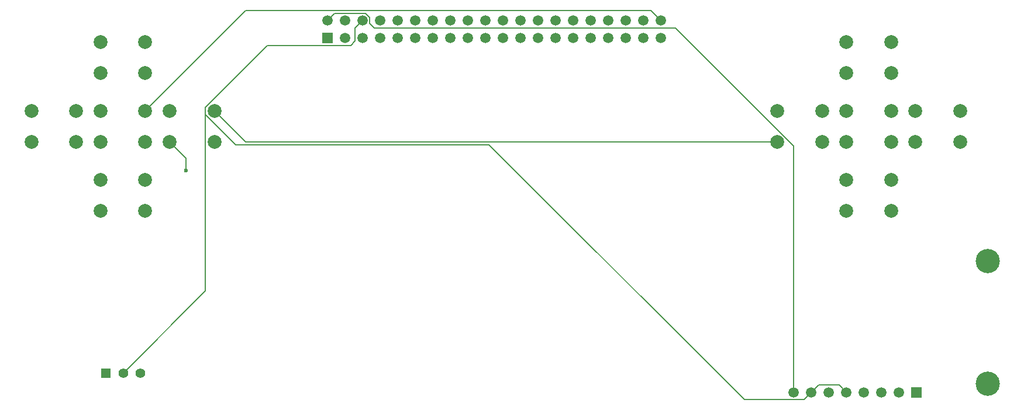
<source format=gbr>
%TF.GenerationSoftware,KiCad,Pcbnew,9.0.2*%
%TF.CreationDate,2025-06-30T23:43:09-04:00*%
%TF.ProjectId,GamePad_Zero,47616d65-5061-4645-9f5a-65726f2e6b69,rev?*%
%TF.SameCoordinates,Original*%
%TF.FileFunction,Copper,L1,Top*%
%TF.FilePolarity,Positive*%
%FSLAX46Y46*%
G04 Gerber Fmt 4.6, Leading zero omitted, Abs format (unit mm)*
G04 Created by KiCad (PCBNEW 9.0.2) date 2025-06-30 23:43:09*
%MOMM*%
%LPD*%
G01*
G04 APERTURE LIST*
%TA.AperFunction,ComponentPad*%
%ADD10C,1.508000*%
%TD*%
%TA.AperFunction,ComponentPad*%
%ADD11R,1.508000X1.508000*%
%TD*%
%TA.AperFunction,ComponentPad*%
%ADD12C,2.000000*%
%TD*%
%TA.AperFunction,ComponentPad*%
%ADD13R,1.408000X1.408000*%
%TD*%
%TA.AperFunction,ComponentPad*%
%ADD14C,1.408000*%
%TD*%
%TA.AperFunction,ComponentPad*%
%ADD15C,3.516000*%
%TD*%
%TA.AperFunction,ViaPad*%
%ADD16C,0.600000*%
%TD*%
%TA.AperFunction,Conductor*%
%ADD17C,0.200000*%
%TD*%
G04 APERTURE END LIST*
D10*
%TO.P,J1,40,Pin_40*%
%TO.N,Net-(J1-Pin_40)*%
X99130000Y-3898750D03*
%TO.P,J1,39,Pin_39*%
%TO.N,unconnected-(J1-Pin_39-Pad39)*%
X99130000Y-6438750D03*
%TO.P,J1,38,Pin_38*%
%TO.N,Net-(J1-Pin_38)*%
X96590000Y-3898750D03*
%TO.P,J1,37,Pin_37*%
%TO.N,unconnected-(J1-Pin_37-Pad37)*%
X96590000Y-6438750D03*
%TO.P,J1,36,Pin_36*%
%TO.N,Net-(J1-Pin_36)*%
X94050000Y-3898750D03*
%TO.P,J1,35,Pin_35*%
%TO.N,Net-(J1-Pin_35)*%
X94050000Y-6438750D03*
%TO.P,J1,34,Pin_34*%
%TO.N,unconnected-(J1-Pin_34-Pad34)*%
X91510000Y-3898750D03*
%TO.P,J1,33,Pin_33*%
%TO.N,Net-(J1-Pin_33)*%
X91510000Y-6438750D03*
%TO.P,J1,32,Pin_32*%
%TO.N,Net-(J1-Pin_32)*%
X88970000Y-3898750D03*
%TO.P,J1,31,Pin_31*%
%TO.N,Net-(J1-Pin_31)*%
X88970000Y-6438750D03*
%TO.P,J1,30,Pin_30*%
%TO.N,unconnected-(J1-Pin_30-Pad30)*%
X86430000Y-3898750D03*
%TO.P,J1,29,Pin_29*%
%TO.N,Net-(J1-Pin_29)*%
X86430000Y-6438750D03*
%TO.P,J1,28,Pin_28*%
%TO.N,unconnected-(J1-Pin_28-Pad28)*%
X83890000Y-3898750D03*
%TO.P,J1,27,Pin_27*%
%TO.N,unconnected-(J1-Pin_27-Pad27)*%
X83890000Y-6438750D03*
%TO.P,J1,26,Pin_26*%
%TO.N,unconnected-(J1-Pin_26-Pad26)*%
X81350000Y-3898750D03*
%TO.P,J1,25,Pin_25*%
%TO.N,unconnected-(J1-Pin_25-Pad25)*%
X81350000Y-6438750D03*
%TO.P,J1,24,Pin_24*%
%TO.N,unconnected-(J1-Pin_24-Pad24)*%
X78810000Y-3898750D03*
%TO.P,J1,23,Pin_23*%
%TO.N,unconnected-(J1-Pin_23-Pad23)*%
X78810000Y-6438750D03*
%TO.P,J1,22,Pin_22*%
%TO.N,unconnected-(J1-Pin_22-Pad22)*%
X76270000Y-3898750D03*
%TO.P,J1,21,Pin_21*%
%TO.N,unconnected-(J1-Pin_21-Pad21)*%
X76270000Y-6438750D03*
%TO.P,J1,20,Pin_20*%
%TO.N,unconnected-(J1-Pin_20-Pad20)*%
X73730000Y-3898750D03*
%TO.P,J1,19,Pin_19*%
%TO.N,unconnected-(J1-Pin_19-Pad19)*%
X73730000Y-6438750D03*
%TO.P,J1,18,Pin_18*%
%TO.N,Net-(J1-Pin_18)*%
X71190000Y-3898750D03*
%TO.P,J1,17,Pin_17*%
%TO.N,unconnected-(J1-Pin_17-Pad17)*%
X71190000Y-6438750D03*
%TO.P,J1,16,Pin_16*%
%TO.N,unconnected-(J1-Pin_16-Pad16)*%
X68650000Y-3898750D03*
%TO.P,J1,15,Pin_15*%
%TO.N,unconnected-(J1-Pin_15-Pad15)*%
X68650000Y-6438750D03*
%TO.P,J1,14,Pin_14*%
%TO.N,unconnected-(J1-Pin_14-Pad14)*%
X66110000Y-3898750D03*
%TO.P,J1,13,Pin_13*%
%TO.N,unconnected-(J1-Pin_13-Pad13)*%
X66110000Y-6438750D03*
%TO.P,J1,12,Pin_12*%
%TO.N,Net-(J1-Pin_12)*%
X63570000Y-3898750D03*
%TO.P,J1,11,Pin_11*%
%TO.N,unconnected-(J1-Pin_11-Pad11)*%
X63570000Y-6438750D03*
%TO.P,J1,10,Pin_10*%
%TO.N,unconnected-(J1-Pin_10-Pad10)*%
X61030000Y-3898750D03*
%TO.P,J1,9,Pin_9*%
%TO.N,unconnected-(J1-Pin_9-Pad9)*%
X61030000Y-6438750D03*
%TO.P,J1,8,Pin_8*%
%TO.N,unconnected-(J1-Pin_8-Pad8)*%
X58490000Y-3898750D03*
%TO.P,J1,7,Pin_7*%
%TO.N,unconnected-(J1-Pin_7-Pad7)*%
X58490000Y-6438750D03*
%TO.P,J1,6,Pin_6*%
%TO.N,Net-(J1-Pin_6)*%
X55950000Y-3898750D03*
%TO.P,J1,5,Pin_5*%
%TO.N,unconnected-(J1-Pin_5-Pad5)*%
X55950000Y-6438750D03*
%TO.P,J1,4,Pin_4*%
%TO.N,unconnected-(J1-Pin_4-Pad4)*%
X53410000Y-3898750D03*
%TO.P,J1,3,Pin_3*%
%TO.N,unconnected-(J1-Pin_3-Pad3)*%
X53410000Y-6438750D03*
%TO.P,J1,2,Pin_2*%
%TO.N,Net-(J1-Pin_2)*%
X50870000Y-3898750D03*
D11*
%TO.P,J1,1,Pin_1*%
%TO.N,unconnected-(J1-Pin_1-Pad1)*%
X50870000Y-6438750D03*
%TD*%
D12*
%TO.P,y1,1,1*%
%TO.N,Net-(J1-Pin_35)*%
X116000000Y-17000000D03*
X122500000Y-17000000D03*
%TO.P,y1,2,2*%
%TO.N,GND*%
X116000000Y-21500000D03*
X122500000Y-21500000D03*
%TD*%
%TO.P,b1,1,1*%
%TO.N,Net-(J1-Pin_33)*%
X126000000Y-27000000D03*
X132500000Y-27000000D03*
%TO.P,b1,2,2*%
%TO.N,GND*%
X126000000Y-31500000D03*
X132500000Y-31500000D03*
%TD*%
%TO.P,x1,1,1*%
%TO.N,Net-(J1-Pin_36)*%
X126000000Y-7000000D03*
X132500000Y-7000000D03*
%TO.P,x1,2,2*%
%TO.N,GND*%
X126000000Y-11500000D03*
X132500000Y-11500000D03*
%TD*%
%TO.P,Right1,1,1*%
%TO.N,GND*%
X28000000Y-17000000D03*
X34500000Y-17000000D03*
%TO.P,Right1,2,2*%
%TO.N,Net-(J1-Pin_18)*%
X28000000Y-21500000D03*
X34500000Y-21500000D03*
%TD*%
%TO.P,a1,1,1*%
%TO.N,Net-(J1-Pin_32)*%
X136000000Y-17000000D03*
X142500000Y-17000000D03*
%TO.P,a1,2,2*%
%TO.N,GND*%
X136000000Y-21500000D03*
X142500000Y-21500000D03*
%TD*%
%TO.P,Down1,1,1*%
%TO.N,GND*%
X18000000Y-27000000D03*
X24500000Y-27000000D03*
%TO.P,Down1,2,2*%
%TO.N,Net-(J1-Pin_29)*%
X18000000Y-31500000D03*
X24500000Y-31500000D03*
%TD*%
D13*
%TO.P,SW1,1,A*%
%TO.N,Net-(SW1-A)*%
X18812500Y-55000000D03*
D14*
%TO.P,SW1,2,B*%
%TO.N,Net-(J1-Pin_6)*%
X21312500Y-55000000D03*
%TO.P,SW1,3,C*%
%TO.N,unconnected-(SW1-C-Pad3)*%
X23812500Y-55000000D03*
%TD*%
D12*
%TO.P,Left1,1,1*%
%TO.N,GND*%
X8000000Y-17000000D03*
X14500000Y-17000000D03*
%TO.P,Left1,2,2*%
%TO.N,Net-(J1-Pin_12)*%
X8000000Y-21500000D03*
X14500000Y-21500000D03*
%TD*%
%TO.P,Up1,1,1*%
%TO.N,GND*%
X18000000Y-7000000D03*
X24500000Y-7000000D03*
%TO.P,Up1,2,2*%
%TO.N,Net-(J1-Pin_31)*%
X18000000Y-11500000D03*
X24500000Y-11500000D03*
%TD*%
%TO.P,LeftShoulder1,1,1*%
%TO.N,GND*%
X132500000Y-17000000D03*
X126000000Y-17000000D03*
%TO.P,LeftShoulder1,2,2*%
%TO.N,Net-(J1-Pin_38)*%
X132500000Y-21500000D03*
X126000000Y-21500000D03*
%TD*%
%TO.P,RightShoulder1,1,1*%
%TO.N,Net-(J1-Pin_40)*%
X24500000Y-17000000D03*
X18000000Y-17000000D03*
%TO.P,RightShoulder1,2,2*%
%TO.N,GND*%
X24500000Y-21500000D03*
X18000000Y-21500000D03*
%TD*%
D11*
%TO.P,U1,1,VBUS*%
%TO.N,unconnected-(U1-VBUS-Pad1)*%
X136175750Y-57785000D03*
D10*
%TO.P,U1,2,VLIPO*%
%TO.N,unconnected-(U1-VLIPO-Pad2)*%
X133635750Y-57785000D03*
%TO.P,U1,3,VBAT*%
%TO.N,unconnected-(U1-VBAT-Pad3)*%
X131095750Y-57785000D03*
%TO.P,U1,4,EN*%
%TO.N,Net-(SW1-A)*%
X128555750Y-57785000D03*
%TO.P,U1,5,GND*%
%TO.N,Net-(J1-Pin_6)*%
X126015750Y-57785000D03*
%TO.P,U1,6,LBO*%
%TO.N,unconnected-(U1-LBO-Pad6)*%
X123475750Y-57785000D03*
%TO.P,U1,7,GND*%
%TO.N,Net-(J1-Pin_6)*%
X120935750Y-57785000D03*
%TO.P,U1,8,5V*%
%TO.N,Net-(J1-Pin_2)*%
X118395750Y-57785000D03*
D15*
%TO.P,U1,P1*%
%TO.N,N/C*%
X146462750Y-56515000D03*
%TO.P,U1,P2*%
X146462750Y-38735000D03*
%TD*%
D16*
%TO.N,Net-(J1-Pin_18)*%
X30381250Y-25618750D03*
%TD*%
D17*
%TO.N,GND*%
X39000000Y-21500000D02*
X116000000Y-21500000D01*
X34500000Y-17000000D02*
X39000000Y-21500000D01*
%TO.N,Net-(J1-Pin_18)*%
X30381250Y-23881250D02*
X30381250Y-25618750D01*
X28000000Y-21500000D02*
X30381250Y-23881250D01*
%TO.N,Net-(J1-Pin_6)*%
X74288500Y-21901000D02*
X37561108Y-21901000D01*
X111227500Y-58840000D02*
X74288500Y-21901000D01*
X120935750Y-57785000D02*
X119880750Y-58840000D01*
X124960750Y-56730000D02*
X121990750Y-56730000D01*
X21312500Y-55000000D02*
X33199000Y-43113500D01*
X126015750Y-57785000D02*
X124960750Y-56730000D01*
X33199000Y-17538892D02*
X33199000Y-16461108D01*
X54276996Y-7493750D02*
X54895000Y-6875746D01*
X54895000Y-6875746D02*
X54895000Y-4953750D01*
X119880750Y-58840000D02*
X111227500Y-58840000D01*
X54895000Y-4953750D02*
X55950000Y-3898750D01*
X33199000Y-43113500D02*
X33199000Y-16461108D01*
X42166358Y-7493750D02*
X54276996Y-7493750D01*
X37561108Y-21901000D02*
X33199000Y-17538892D01*
X121990750Y-56730000D02*
X120935750Y-57785000D01*
X33199000Y-16461108D02*
X42166358Y-7493750D01*
%TO.N,Net-(J1-Pin_2)*%
X118395750Y-57785000D02*
X118395750Y-22055858D01*
X56386996Y-2843750D02*
X51925000Y-2843750D01*
X57623004Y-4953750D02*
X57005000Y-4335746D01*
X118395750Y-22055858D02*
X101293642Y-4953750D01*
X51925000Y-2843750D02*
X50870000Y-3898750D01*
X101293642Y-4953750D02*
X57623004Y-4953750D01*
X57005000Y-3461754D02*
X56386996Y-2843750D01*
X57005000Y-4335746D02*
X57005000Y-3461754D01*
%TO.N,Net-(J1-Pin_40)*%
X97674000Y-2442750D02*
X39057250Y-2442750D01*
X99130000Y-3898750D02*
X97674000Y-2442750D01*
X39057250Y-2442750D02*
X24500000Y-17000000D01*
%TD*%
M02*

</source>
